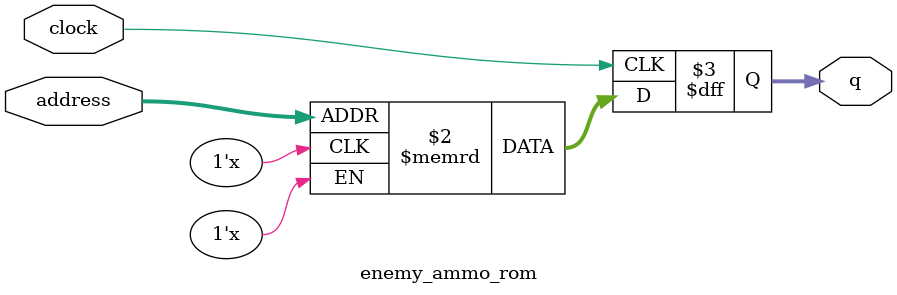
<source format=sv>
module enemy_ammo_rom (
	input logic clock,
	input logic [7:0] address,
	output logic [3:0] q
);

logic [3:0] memory [0:199] /* synthesis ram_init_file = "./enemy_ammo/enemy_ammo.mif" */;

always_ff @ (posedge clock) begin
	q <= memory[address];
end

endmodule

</source>
